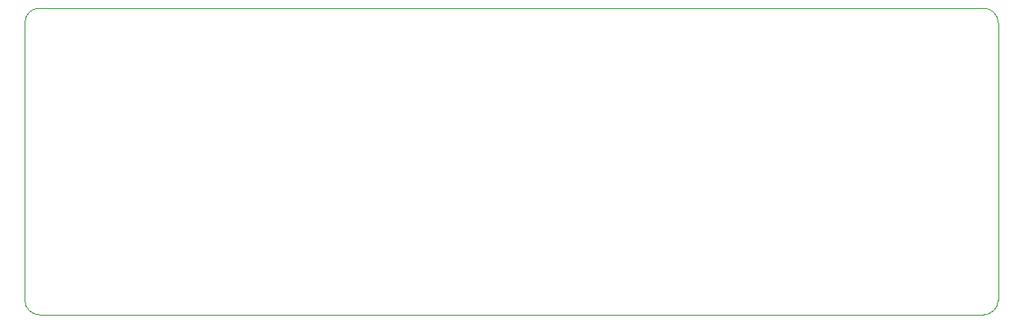
<source format=gm1>
G04 #@! TF.GenerationSoftware,KiCad,Pcbnew,(5.1.8)-1*
G04 #@! TF.CreationDate,2021-03-12T19:43:42-03:00*
G04 #@! TF.ProjectId,Vaccine_Layout_V2,56616363-696e-4655-9f4c-61796f75745f,3.3*
G04 #@! TF.SameCoordinates,Original*
G04 #@! TF.FileFunction,Profile,NP*
%FSLAX46Y46*%
G04 Gerber Fmt 4.6, Leading zero omitted, Abs format (unit mm)*
G04 Created by KiCad (PCBNEW (5.1.8)-1) date 2021-03-12 19:43:42*
%MOMM*%
%LPD*%
G01*
G04 APERTURE LIST*
G04 #@! TA.AperFunction,Profile*
%ADD10C,0.100000*%
G04 #@! TD*
G04 APERTURE END LIST*
D10*
X137570000Y-73420000D02*
G75*
G02*
X139094000Y-74944000I0J-1524000D01*
G01*
X139094000Y-74944000D02*
X139094000Y-103656000D01*
X139094000Y-103656000D02*
G75*
G02*
X137570000Y-105180000I-1524000J0D01*
G01*
X39990001Y-105179936D02*
G75*
G02*
X38480000Y-103656000I13999J1523936D01*
G01*
X38480000Y-74944000D02*
G75*
G02*
X40004000Y-73420000I1524000J0D01*
G01*
X38480000Y-74944000D02*
X38480000Y-103656000D01*
X40004000Y-73420000D02*
X137570000Y-73420000D01*
X137570000Y-105180000D02*
X39990001Y-105180000D01*
M02*

</source>
